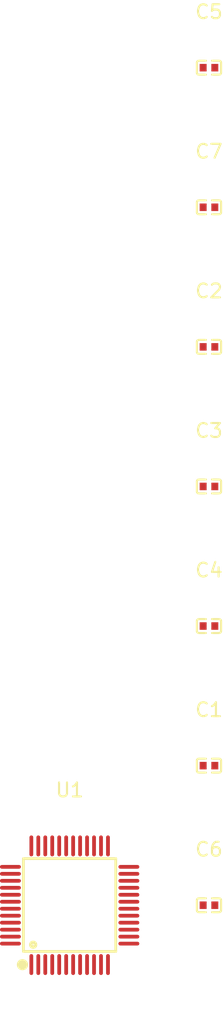
<source format=kicad_pcb>
(kicad_pcb (version 20241229) (generator "atopile") (generator_version "0.12.4")
  (layers (0 "F.Cu" signal) (31 "B.Cu" signal) (34 "B.Paste" user) (35 "F.Paste" user) (36 "B.SilkS" user "B.Silkscreen") (37 "F.SilkS" user "F.Silkscreen") (38 "B.Mask" user) (39 "F.Mask" user) (44 "Edge.Cuts" user))
  (net 1 "hv")
  (net 2 "lv")
  (net 3 "vbat-hv")
  (net 4 "PA0_WKUP")
  (net 5 "11")
  (net 6 "usart2-TX")
  (net 7 "usart2-RX")
  (net 8 "14")
  (net 9 "SCLK")
  (net 10 "MISO")
  (net 11 "MOSI")
  (net 12 "18")
  (net 13 "19")
  (net 14 "PC13_TAMPER_RTC")
  (net 15 "20")
  (net 16 "SCL")
  (net 17 "SDA")
  (net 18 "25")
  (net 19 "spi2-SCLK")
  (net 20 "spi2-MISO")
  (net 21 "spi2-MOSI")
  (net 22 "29")
  (net 23 "XIN")
  (net 24 "TX")
  (net 25 "RX")
  (net 26 "DATA_N")
  (net 27 "DATA_P")
  (net 28 "DIO")
  (net 29 "CLK")
  (net 30 "38")
  (net 31 "config_pins[3]")
  (net 32 "XOUT")
  (net 33 "config_pins[4]")
  (net 34 "config_pins[5]")
  (net 35 "config_pins[0]")
  (net 36 "config_pins[1]")
  (net 37 "44")
  (net 38 "i2c1-SCL")
  (net 39 "i2c1-SDA")
  (net 40 "hse-XIN")
  (net 41 "hse-XOUT")
  (net 42 "NRST")
  (footprint "STMicroelectronics_STM32F103C8T6:LQFP-48_L7.0-W7.0-P0.50-LS9.0-BL" (layer "F.Cu") (at 0 0 0)
    (property "Reference" "U1" (at 0 -8.25) (layer "F.SilkS"))
    (property "Value" "")
    (fp_line (start -2.89 -3.34) (end 3.31 -3.34) (stroke (width 0.2)) (layer "F.SilkS") (layers "F.SilkS"))
    (fp_line (start 3.31 -3.34) (end 3.31 3.31) (stroke (width 0.2)) (layer "F.SilkS") (layers "F.SilkS"))
    (fp_line (start 3.31 3.31) (end -3.32 3.31) (stroke (width 0.2)) (layer "F.SilkS") (layers "F.SilkS"))
    (fp_line (start -3.32 3.31) (end -3.32 -3.34) (stroke (width 0.2)) (layer "F.SilkS") (layers "F.SilkS"))
    (fp_line (start -3.32 -3.34) (end -2.56 -3.34) (stroke (width 0.2)) (layer "F.SilkS") (layers "F.SilkS"))
    (fp_arc (start -3.38 4.06) (mid -3.3949883 4.4601877) (end -3.3900265 4.0597502) (stroke (width 0.4)) (layer "F.SilkS"))
    (fp_circle (center -2.62 2.83) (end -2.45 2.83) (stroke (width 0.25)) (layer "F.SilkS"))
    (pad "1" smd oval (at -2.75 4.25 0) (size 0.27 1.5) (layers "F.Cu" "F.Paste" "F.Mask") (net 3 "vbat-hv"))
    (pad "2" smd oval (at -2.25 4.25 0) (size 0.27 1.5) (layers "F.Cu" "F.Paste" "F.Mask") (net 14 "PC13_TAMPER_RTC"))
    (pad "3" smd oval (at -1.75 4.25 0) (size 0.27 1.5) (layers "F.Cu" "F.Paste" "F.Mask") (net 23 "XIN"))
    (pad "4" smd oval (at -1.25 4.25 0) (size 0.27 1.5) (layers "F.Cu" "F.Paste" "F.Mask") (net 32 "XOUT"))
    (pad "5" smd oval (at -0.75 4.25 0) (size 0.27 1.5) (layers "F.Cu" "F.Paste" "F.Mask") (net 40 "hse-XIN"))
    (pad "6" smd oval (at -0.25 4.25 0) (size 0.27 1.5) (layers "F.Cu" "F.Paste" "F.Mask") (net 41 "hse-XOUT"))
    (pad "7" smd oval (at 0.25 4.25 0) (size 0.27 1.5) (layers "F.Cu" "F.Paste" "F.Mask") (net 42 "NRST"))
    (pad "8" smd oval (at 0.75 4.25 0) (size 0.27 1.5) (layers "F.Cu" "F.Paste" "F.Mask") (net 2 "lv"))
    (pad "9" smd oval (at 1.25 4.25 0) (size 0.27 1.5) (layers "F.Cu" "F.Paste" "F.Mask") (net 1 "hv"))
    (pad "10" smd oval (at 1.75 4.25 0) (size 0.27 1.5) (layers "F.Cu" "F.Paste" "F.Mask") (net 4 "PA0_WKUP"))
    (pad "11" smd oval (at 2.25 4.25 0) (size 0.27 1.5) (layers "F.Cu" "F.Paste" "F.Mask") (net 5 "11"))
    (pad "12" smd oval (at 2.75 4.25 0) (size 0.27 1.5) (layers "F.Cu" "F.Paste" "F.Mask") (net 6 "usart2-TX"))
    (pad "13" smd oval (at 4.25 2.75 0) (size 1.5 0.27) (layers "F.Cu" "F.Paste" "F.Mask") (net 7 "usart2-RX"))
    (pad "14" smd oval (at 4.25 2.25 0) (size 1.5 0.27) (layers "F.Cu" "F.Paste" "F.Mask") (net 8 "14"))
    (pad "15" smd oval (at 4.25 1.75 0) (size 1.5 0.27) (layers "F.Cu" "F.Paste" "F.Mask") (net 9 "SCLK"))
    (pad "16" smd oval (at 4.25 1.25 0) (size 1.5 0.27) (layers "F.Cu" "F.Paste" "F.Mask") (net 10 "MISO"))
    (pad "17" smd oval (at 4.25 0.75 0) (size 1.5 0.27) (layers "F.Cu" "F.Paste" "F.Mask") (net 11 "MOSI"))
    (pad "18" smd oval (at 4.25 0.25 0) (size 1.5 0.27) (layers "F.Cu" "F.Paste" "F.Mask") (net 12 "18"))
    (pad "19" smd oval (at 4.25 -0.25 0) (size 1.5 0.27) (layers "F.Cu" "F.Paste" "F.Mask") (net 13 "19"))
    (pad "20" smd oval (at 4.25 -0.75 0) (size 1.5 0.27) (layers "F.Cu" "F.Paste" "F.Mask") (net 15 "20"))
    (pad "21" smd oval (at 4.25 -1.25 0) (size 1.5 0.27) (layers "F.Cu" "F.Paste" "F.Mask") (net 16 "SCL"))
    (pad "22" smd oval (at 4.25 -1.75 0) (size 1.5 0.27) (layers "F.Cu" "F.Paste" "F.Mask") (net 17 "SDA"))
    (pad "23" smd oval (at 4.25 -2.25 0) (size 1.5 0.27) (layers "F.Cu" "F.Paste" "F.Mask") (net 2 "lv"))
    (pad "24" smd oval (at 4.25 -2.75 0) (size 1.5 0.27) (layers "F.Cu" "F.Paste" "F.Mask") (net 1 "hv"))
    (pad "25" smd oval (at 2.75 -4.25 0) (size 0.27 1.5) (layers "F.Cu" "F.Paste" "F.Mask") (net 18 "25"))
    (pad "26" smd oval (at 2.25 -4.25 0) (size 0.27 1.5) (layers "F.Cu" "F.Paste" "F.Mask") (net 19 "spi2-SCLK"))
    (pad "27" smd oval (at 1.75 -4.25 0) (size 0.27 1.5) (layers "F.Cu" "F.Paste" "F.Mask") (net 20 "spi2-MISO"))
    (pad "28" smd oval (at 1.25 -4.25 0) (size 0.27 1.5) (layers "F.Cu" "F.Paste" "F.Mask") (net 21 "spi2-MOSI"))
    (pad "29" smd oval (at 0.75 -4.25 0) (size 0.27 1.5) (layers "F.Cu" "F.Paste" "F.Mask") (net 22 "29"))
    (pad "30" smd oval (at 0.25 -4.25 0) (size 0.27 1.5) (layers "F.Cu" "F.Paste" "F.Mask") (net 24 "TX"))
    (pad "31" smd oval (at -0.25 -4.25 0) (size 0.27 1.5) (layers "F.Cu" "F.Paste" "F.Mask") (net 25 "RX"))
    (pad "32" smd oval (at -0.75 -4.25 0) (size 0.27 1.5) (layers "F.Cu" "F.Paste" "F.Mask") (net 26 "DATA_N"))
    (pad "33" smd oval (at -1.25 -4.25 0) (size 0.27 1.5) (layers "F.Cu" "F.Paste" "F.Mask") (net 27 "DATA_P"))
    (pad "34" smd oval (at -1.75 -4.25 0) (size 0.27 1.5) (layers "F.Cu" "F.Paste" "F.Mask") (net 28 "DIO"))
    (pad "35" smd oval (at -2.25 -4.25 0) (size 0.27 1.5) (layers "F.Cu" "F.Paste" "F.Mask") (net 2 "lv"))
    (pad "36" smd oval (at -2.75 -4.25 0) (size 0.27 1.5) (layers "F.Cu" "F.Paste" "F.Mask") (net 1 "hv"))
    (pad "37" smd oval (at -4.25 -2.75 0) (size 1.5 0.27) (layers "F.Cu" "F.Paste" "F.Mask") (net 29 "CLK"))
    (pad "38" smd oval (at -4.25 -2.25 0) (size 1.5 0.27) (layers "F.Cu" "F.Paste" "F.Mask") (net 30 "38"))
    (pad "39" smd oval (at -4.25 -1.75 0) (size 1.5 0.27) (layers "F.Cu" "F.Paste" "F.Mask") (net 31 "config_pins[3]"))
    (pad "40" smd oval (at -4.25 -1.25 0) (size 1.5 0.27) (layers "F.Cu" "F.Paste" "F.Mask") (net 33 "config_pins[4]"))
    (pad "41" smd oval (at -4.25 -0.75 0) (size 1.5 0.27) (layers "F.Cu" "F.Paste" "F.Mask") (net 34 "config_pins[5]"))
    (pad "42" smd oval (at -4.25 -0.25 0) (size 1.5 0.27) (layers "F.Cu" "F.Paste" "F.Mask") (net 35 "config_pins[0]"))
    (pad "43" smd oval (at -4.25 0.25 0) (size 1.5 0.27) (layers "F.Cu" "F.Paste" "F.Mask") (net 36 "config_pins[1]"))
    (pad "44" smd oval (at -4.25 0.75 0) (size 1.5 0.27) (layers "F.Cu" "F.Paste" "F.Mask") (net 37 "44"))
    (pad "45" smd oval (at -4.25 1.25 0) (size 1.5 0.27) (layers "F.Cu" "F.Paste" "F.Mask") (net 38 "i2c1-SCL"))
    (pad "46" smd oval (at -4.25 1.75 0) (size 1.5 0.27) (layers "F.Cu" "F.Paste" "F.Mask") (net 39 "i2c1-SDA"))
    (pad "47" smd oval (at -4.25 2.25 0) (size 1.5 0.27) (layers "F.Cu" "F.Paste" "F.Mask") (net 2 "lv"))
    (pad "48" smd oval (at -4.25 2.75 0) (size 1.5 0.27) (layers "F.Cu" "F.Paste" "F.Mask") (net 1 "hv"))
  )
  (footprint "Samsung_Electro_Mechanics_CL05B104KO5NNNC:C0402" (layer "F.Cu") (at 10 0 0)
    (property "Reference" "C6" (at 0 -4) (layer "F.SilkS"))
    (property "Value" "0F")
    (fp_line (start -0.72 -0.5) (end -0.22 -0.5) (stroke (width 0.15)) (layer "F.SilkS") (layers "F.SilkS"))
    (fp_line (start -0.87 0.35) (end -0.87 -0.35) (stroke (width 0.15)) (layer "F.SilkS") (layers "F.SilkS"))
    (fp_line (start -0.22 0.5) (end -0.72 0.5) (stroke (width 0.15)) (layer "F.SilkS") (layers "F.SilkS"))
    (fp_line (start 0.72 0.5) (end 0.22 0.5) (stroke (width 0.15)) (layer "F.SilkS") (layers "F.SilkS"))
    (fp_line (start 0.22 -0.5) (end 0.72 -0.5) (stroke (width 0.15)) (layer "F.SilkS") (layers "F.SilkS"))
    (fp_line (start 0.87 -0.35) (end 0.87 0.35) (stroke (width 0.15)) (layer "F.SilkS") (layers "F.SilkS"))
    (fp_arc (start 0.87 -0.35) (mid 0.826066 -0.456066) (end 0.72 -0.5) (stroke (width 0.15)) (layer "F.SilkS"))
    (fp_arc (start 0.72 0.5) (mid 0.826066 0.456066) (end 0.87 0.35) (stroke (width 0.15)) (layer "F.SilkS"))
    (fp_arc (start -0.87 0.35) (mid -0.826066 0.456066) (end -0.72 0.5) (stroke (width 0.15)) (layer "F.SilkS"))
    (fp_arc (start -0.72 -0.5) (mid -0.826066 -0.456066) (end -0.87 -0.35) (stroke (width 0.15)) (layer "F.SilkS"))
    (pad "2" smd rect (at 0.42 0 0) (size 0.5 0.54) (layers "F.Cu" "F.Paste" "F.Mask") (net 2 "lv"))
    (pad "1" smd rect (at -0.42 0 0) (size 0.5 0.54) (layers "F.Cu" "F.Paste" "F.Mask") (net 1 "hv"))
  )
  (footprint "Samsung_Electro_Mechanics_CL05A475MP5NRNC:C0402" (layer "F.Cu") (at 10 -10 0)
    (property "Reference" "C1" (at 0 -4) (layer "F.SilkS"))
    (property "Value" "0F")
    (fp_line (start -0.72 -0.5) (end -0.22 -0.5) (stroke (width 0.15)) (layer "F.SilkS") (layers "F.SilkS"))
    (fp_line (start -0.87 0.35) (end -0.87 -0.35) (stroke (width 0.15)) (layer "F.SilkS") (layers "F.SilkS"))
    (fp_line (start -0.22 0.5) (end -0.72 0.5) (stroke (width 0.15)) (layer "F.SilkS") (layers "F.SilkS"))
    (fp_line (start 0.72 0.5) (end 0.22 0.5) (stroke (width 0.15)) (layer "F.SilkS") (layers "F.SilkS"))
    (fp_line (start 0.22 -0.5) (end 0.72 -0.5) (stroke (width 0.15)) (layer "F.SilkS") (layers "F.SilkS"))
    (fp_line (start 0.87 -0.35) (end 0.87 0.35) (stroke (width 0.15)) (layer "F.SilkS") (layers "F.SilkS"))
    (fp_arc (start 0.87 -0.35) (mid 0.826066 -0.456066) (end 0.72 -0.5) (stroke (width 0.15)) (layer "F.SilkS"))
    (fp_arc (start 0.72 0.5) (mid 0.826066 0.456066) (end 0.87 0.35) (stroke (width 0.15)) (layer "F.SilkS"))
    (fp_arc (start -0.87 0.35) (mid -0.826066 0.456066) (end -0.72 0.5) (stroke (width 0.15)) (layer "F.SilkS"))
    (fp_arc (start -0.72 -0.5) (mid -0.826066 -0.456066) (end -0.87 -0.35) (stroke (width 0.15)) (layer "F.SilkS"))
    (pad "2" smd rect (at 0.42 0 0) (size 0.5 0.54) (layers "F.Cu" "F.Paste" "F.Mask") (net 2 "lv"))
    (pad "1" smd rect (at -0.42 0 0) (size 0.5 0.54) (layers "F.Cu" "F.Paste" "F.Mask") (net 1 "hv"))
  )
  (footprint "Samsung_Electro_Mechanics_CL05B104KO5NNNC:C0402" (layer "F.Cu") (at 10 -20 0)
    (property "Reference" "C4" (at 0 -4) (layer "F.SilkS"))
    (property "Value" "0F")
    (fp_line (start -0.72 -0.5) (end -0.22 -0.5) (stroke (width 0.15)) (layer "F.SilkS") (layers "F.SilkS"))
    (fp_line (start -0.87 0.35) (end -0.87 -0.35) (stroke (width 0.15)) (layer "F.SilkS") (layers "F.SilkS"))
    (fp_line (start -0.22 0.5) (end -0.72 0.5) (stroke (width 0.15)) (layer "F.SilkS") (layers "F.SilkS"))
    (fp_line (start 0.72 0.5) (end 0.22 0.5) (stroke (width 0.15)) (layer "F.SilkS") (layers "F.SilkS"))
    (fp_line (start 0.22 -0.5) (end 0.72 -0.5) (stroke (width 0.15)) (layer "F.SilkS") (layers "F.SilkS"))
    (fp_line (start 0.87 -0.35) (end 0.87 0.35) (stroke (width 0.15)) (layer "F.SilkS") (layers "F.SilkS"))
    (fp_arc (start 0.87 -0.35) (mid 0.826066 -0.456066) (end 0.72 -0.5) (stroke (width 0.15)) (layer "F.SilkS"))
    (fp_arc (start 0.72 0.5) (mid 0.826066 0.456066) (end 0.87 0.35) (stroke (width 0.15)) (layer "F.SilkS"))
    (fp_arc (start -0.87 0.35) (mid -0.826066 0.456066) (end -0.72 0.5) (stroke (width 0.15)) (layer "F.SilkS"))
    (fp_arc (start -0.72 -0.5) (mid -0.826066 -0.456066) (end -0.87 -0.35) (stroke (width 0.15)) (layer "F.SilkS"))
    (pad "2" smd rect (at 0.42 0 0) (size 0.5 0.54) (layers "F.Cu" "F.Paste" "F.Mask") (net 2 "lv"))
    (pad "1" smd rect (at -0.42 0 0) (size 0.5 0.54) (layers "F.Cu" "F.Paste" "F.Mask") (net 1 "hv"))
  )
  (footprint "Samsung_Electro_Mechanics_CL05B104KO5NNNC:C0402" (layer "F.Cu") (at 10 -30 0)
    (property "Reference" "C3" (at 0 -4) (layer "F.SilkS"))
    (property "Value" "0F")
    (fp_line (start -0.72 -0.5) (end -0.22 -0.5) (stroke (width 0.15)) (layer "F.SilkS") (layers "F.SilkS"))
    (fp_line (start -0.87 0.35) (end -0.87 -0.35) (stroke (width 0.15)) (layer "F.SilkS") (layers "F.SilkS"))
    (fp_line (start -0.22 0.5) (end -0.72 0.5) (stroke (width 0.15)) (layer "F.SilkS") (layers "F.SilkS"))
    (fp_line (start 0.72 0.5) (end 0.22 0.5) (stroke (width 0.15)) (layer "F.SilkS") (layers "F.SilkS"))
    (fp_line (start 0.22 -0.5) (end 0.72 -0.5) (stroke (width 0.15)) (layer "F.SilkS") (layers "F.SilkS"))
    (fp_line (start 0.87 -0.35) (end 0.87 0.35) (stroke (width 0.15)) (layer "F.SilkS") (layers "F.SilkS"))
    (fp_arc (start 0.87 -0.35) (mid 0.826066 -0.456066) (end 0.72 -0.5) (stroke (width 0.15)) (layer "F.SilkS"))
    (fp_arc (start 0.72 0.5) (mid 0.826066 0.456066) (end 0.87 0.35) (stroke (width 0.15)) (layer "F.SilkS"))
    (fp_arc (start -0.87 0.35) (mid -0.826066 0.456066) (end -0.72 0.5) (stroke (width 0.15)) (layer "F.SilkS"))
    (fp_arc (start -0.72 -0.5) (mid -0.826066 -0.456066) (end -0.87 -0.35) (stroke (width 0.15)) (layer "F.SilkS"))
    (pad "2" smd rect (at 0.42 0 0) (size 0.5 0.54) (layers "F.Cu" "F.Paste" "F.Mask") (net 2 "lv"))
    (pad "1" smd rect (at -0.42 0 0) (size 0.5 0.54) (layers "F.Cu" "F.Paste" "F.Mask") (net 1 "hv"))
  )
  (footprint "Samsung_Electro_Mechanics_CL05B104KO5NNNC:C0402" (layer "F.Cu") (at 10 -40 0)
    (property "Reference" "C2" (at 0 -4) (layer "F.SilkS"))
    (property "Value" "0F")
    (fp_line (start -0.72 -0.5) (end -0.22 -0.5) (stroke (width 0.15)) (layer "F.SilkS") (layers "F.SilkS"))
    (fp_line (start -0.87 0.35) (end -0.87 -0.35) (stroke (width 0.15)) (layer "F.SilkS") (layers "F.SilkS"))
    (fp_line (start -0.22 0.5) (end -0.72 0.5) (stroke (width 0.15)) (layer "F.SilkS") (layers "F.SilkS"))
    (fp_line (start 0.72 0.5) (end 0.22 0.5) (stroke (width 0.15)) (layer "F.SilkS") (layers "F.SilkS"))
    (fp_line (start 0.22 -0.5) (end 0.72 -0.5) (stroke (width 0.15)) (layer "F.SilkS") (layers "F.SilkS"))
    (fp_line (start 0.87 -0.35) (end 0.87 0.35) (stroke (width 0.15)) (layer "F.SilkS") (layers "F.SilkS"))
    (fp_arc (start 0.87 -0.35) (mid 0.826066 -0.456066) (end 0.72 -0.5) (stroke (width 0.15)) (layer "F.SilkS"))
    (fp_arc (start 0.72 0.5) (mid 0.826066 0.456066) (end 0.87 0.35) (stroke (width 0.15)) (layer "F.SilkS"))
    (fp_arc (start -0.87 0.35) (mid -0.826066 0.456066) (end -0.72 0.5) (stroke (width 0.15)) (layer "F.SilkS"))
    (fp_arc (start -0.72 -0.5) (mid -0.826066 -0.456066) (end -0.87 -0.35) (stroke (width 0.15)) (layer "F.SilkS"))
    (pad "2" smd rect (at 0.42 0 0) (size 0.5 0.54) (layers "F.Cu" "F.Paste" "F.Mask") (net 2 "lv"))
    (pad "1" smd rect (at -0.42 0 0) (size 0.5 0.54) (layers "F.Cu" "F.Paste" "F.Mask") (net 1 "hv"))
  )
  (footprint "Samsung_Electro_Mechanics_CL05B104KO5NNNC:C0402" (layer "F.Cu") (at 10 -50 0)
    (property "Reference" "C7" (at 0 -4) (layer "F.SilkS"))
    (property "Value" "0F")
    (fp_line (start -0.72 -0.5) (end -0.22 -0.5) (stroke (width 0.15)) (layer "F.SilkS") (layers "F.SilkS"))
    (fp_line (start -0.87 0.35) (end -0.87 -0.35) (stroke (width 0.15)) (layer "F.SilkS") (layers "F.SilkS"))
    (fp_line (start -0.22 0.5) (end -0.72 0.5) (stroke (width 0.15)) (layer "F.SilkS") (layers "F.SilkS"))
    (fp_line (start 0.72 0.5) (end 0.22 0.5) (stroke (width 0.15)) (layer "F.SilkS") (layers "F.SilkS"))
    (fp_line (start 0.22 -0.5) (end 0.72 -0.5) (stroke (width 0.15)) (layer "F.SilkS") (layers "F.SilkS"))
    (fp_line (start 0.87 -0.35) (end 0.87 0.35) (stroke (width 0.15)) (layer "F.SilkS") (layers "F.SilkS"))
    (fp_arc (start 0.87 -0.35) (mid 0.826066 -0.456066) (end 0.72 -0.5) (stroke (width 0.15)) (layer "F.SilkS"))
    (fp_arc (start 0.72 0.5) (mid 0.826066 0.456066) (end 0.87 0.35) (stroke (width 0.15)) (layer "F.SilkS"))
    (fp_arc (start -0.87 0.35) (mid -0.826066 0.456066) (end -0.72 0.5) (stroke (width 0.15)) (layer "F.SilkS"))
    (fp_arc (start -0.72 -0.5) (mid -0.826066 -0.456066) (end -0.87 -0.35) (stroke (width 0.15)) (layer "F.SilkS"))
    (pad "2" smd rect (at 0.42 0 0) (size 0.5 0.54) (layers "F.Cu" "F.Paste" "F.Mask") (net 2 "lv"))
    (pad "1" smd rect (at -0.42 0 0) (size 0.5 0.54) (layers "F.Cu" "F.Paste" "F.Mask") (net 3 "vbat-hv"))
  )
  (footprint "Samsung_Electro_Mechanics_CL05A105KA5NQNC:C0402" (layer "F.Cu") (at 10 -60 0)
    (property "Reference" "C5" (at 0 -4) (layer "F.SilkS"))
    (property "Value" "0F")
    (fp_line (start -0.72 -0.5) (end -0.22 -0.5) (stroke (width 0.15)) (layer "F.SilkS") (layers "F.SilkS"))
    (fp_line (start -0.87 0.35) (end -0.87 -0.35) (stroke (width 0.15)) (layer "F.SilkS") (layers "F.SilkS"))
    (fp_line (start -0.22 0.5) (end -0.72 0.5) (stroke (width 0.15)) (layer "F.SilkS") (layers "F.SilkS"))
    (fp_line (start 0.72 0.5) (end 0.22 0.5) (stroke (width 0.15)) (layer "F.SilkS") (layers "F.SilkS"))
    (fp_line (start 0.22 -0.5) (end 0.72 -0.5) (stroke (width 0.15)) (layer "F.SilkS") (layers "F.SilkS"))
    (fp_line (start 0.87 -0.35) (end 0.87 0.35) (stroke (width 0.15)) (layer "F.SilkS") (layers "F.SilkS"))
    (fp_arc (start 0.87 -0.35) (mid 0.826066 -0.456066) (end 0.72 -0.5) (stroke (width 0.15)) (layer "F.SilkS"))
    (fp_arc (start 0.72 0.5) (mid 0.826066 0.456066) (end 0.87 0.35) (stroke (width 0.15)) (layer "F.SilkS"))
    (fp_arc (start -0.87 0.35) (mid -0.826066 0.456066) (end -0.72 0.5) (stroke (width 0.15)) (layer "F.SilkS"))
    (fp_arc (start -0.72 -0.5) (mid -0.826066 -0.456066) (end -0.87 -0.35) (stroke (width 0.15)) (layer "F.SilkS"))
    (pad "2" smd rect (at 0.42 0 0) (size 0.5 0.54) (layers "F.Cu" "F.Paste" "F.Mask") (net 2 "lv"))
    (pad "1" smd rect (at -0.42 0 0) (size 0.5 0.54) (layers "F.Cu" "F.Paste" "F.Mask") (net 1 "hv"))
  )
)
</source>
